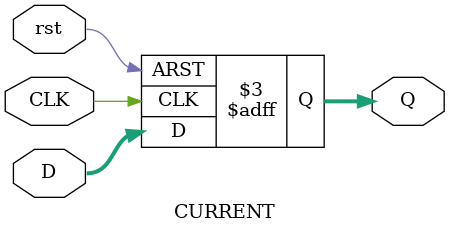
<source format=v>
module CURRENT(CLK,rst, D, Q);
  input CLK, rst;
  input [3:0] D;
  output reg [3:0] Q ;
  always @ (posedge CLK or negedge rst)
  begin
    if(!rst) Q <= 0;
	 else Q <= D;
  end
endmodule
</source>
